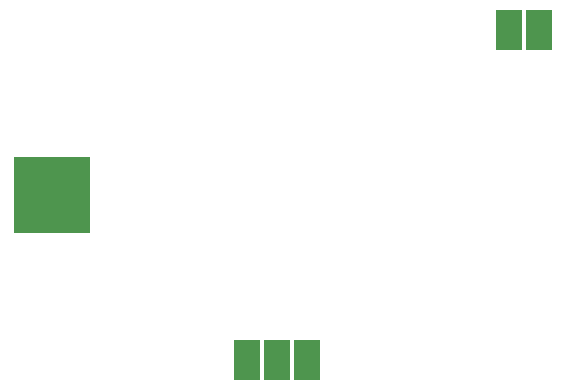
<source format=gbr>
%FSTAX24Y24*%
%MOIN*%
%IN MakeAway.osm MASK2.GBR *%
%ADD10R,0.0909X0.1381*%
%ADD11R,0.2562X0.2562*%
G54D11*X01986Y077514D03*G54D10*X03611Y083014D03*X03511D03*
X02836Y072014D03*X02736D03*X02636D03*
M02*
</source>
